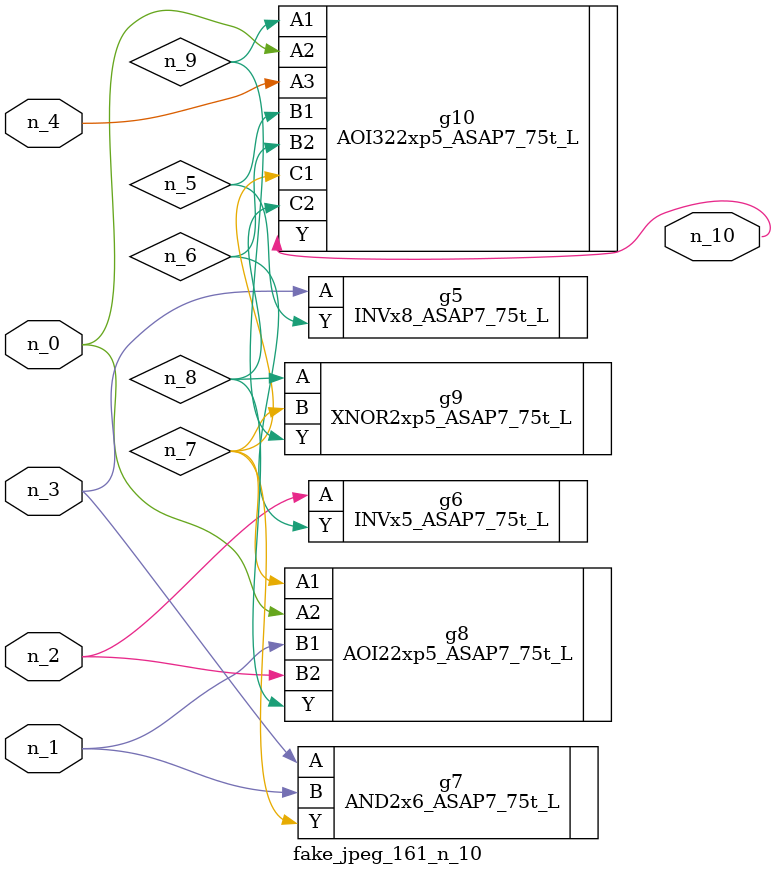
<source format=v>
module fake_jpeg_161_n_10 (n_3, n_2, n_1, n_0, n_4, n_10);

input n_3;
input n_2;
input n_1;
input n_0;
input n_4;

output n_10;

wire n_8;
wire n_9;
wire n_6;
wire n_5;
wire n_7;

INVx8_ASAP7_75t_L g5 ( 
.A(n_3),
.Y(n_5)
);

INVx5_ASAP7_75t_L g6 ( 
.A(n_2),
.Y(n_6)
);

AND2x6_ASAP7_75t_L g7 ( 
.A(n_3),
.B(n_1),
.Y(n_7)
);

AOI22xp5_ASAP7_75t_L g8 ( 
.A1(n_7),
.A2(n_0),
.B1(n_1),
.B2(n_2),
.Y(n_8)
);

XNOR2xp5_ASAP7_75t_L g9 ( 
.A(n_8),
.B(n_7),
.Y(n_9)
);

AOI322xp5_ASAP7_75t_L g10 ( 
.A1(n_9),
.A2(n_0),
.A3(n_4),
.B1(n_5),
.B2(n_6),
.C1(n_7),
.C2(n_8),
.Y(n_10)
);


endmodule
</source>
